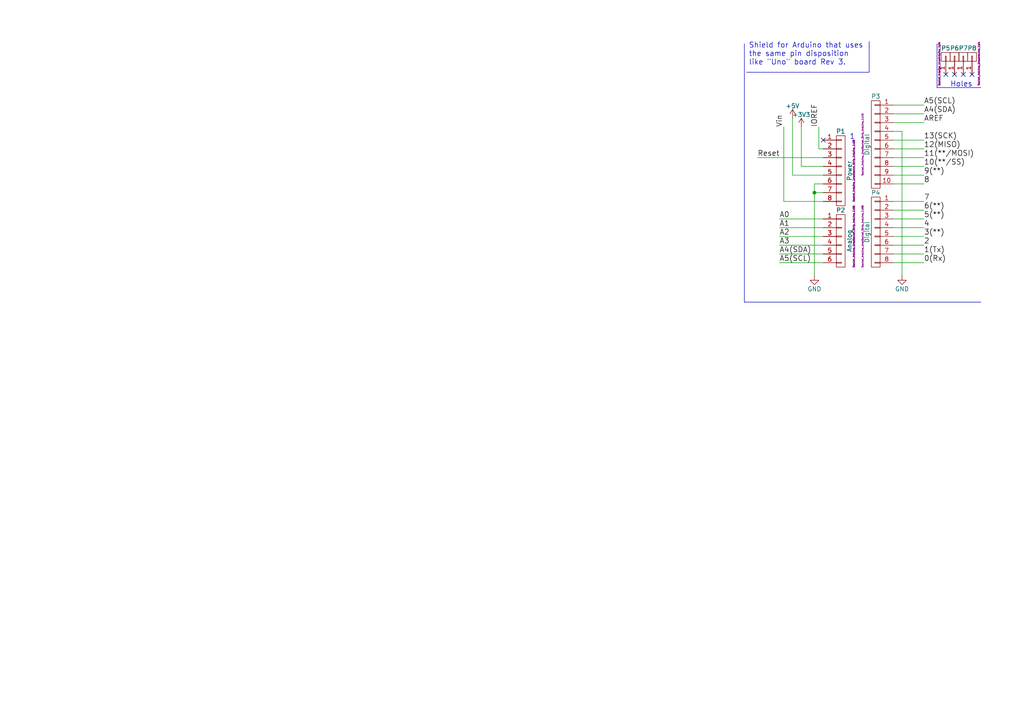
<source format=kicad_sch>
(kicad_sch (version 20230121) (generator eeschema)
  (paper "A4")
  (title_block (date "lun. 30 mars 2015"))
  (lib_symbols
    (symbol "Arduino_As_Uno-rescue:+3.3V" (power) (pin_names (offset 0))
      (property "Value" "+3.3V" (at 0 3.556 0))
      (symbol "+3.3V_0_1"
        (polyline (pts (xy -0.762 1.27) (xy 0 2.54)))
        (polyline (pts (xy 0 0) (xy 0 2.54)))
        (polyline (pts (xy 0 2.54) (xy 0.762 1.27)))
      )
      (symbol "+3.3V_1_1"
        (pin power_in line (at 0 0 90) (length 0) hide (name "+3V3") (number "1"))
      )
    )
    (symbol "Arduino_As_Uno-rescue:+5V" (power) (pin_names (offset 0))
      (property "Value" "+5V" (at 0 3.556 0))
      (symbol "+5V_0_1"
        (polyline (pts (xy -0.762 1.27) (xy 0 2.54)))
        (polyline (pts (xy 0 0) (xy 0 2.54)))
        (polyline (pts (xy 0 2.54) (xy 0.762 1.27)))
      )
      (symbol "+5V_1_1"
        (pin power_in line (at 0 0 90) (length 0) hide (name "+5V") (number "1"))
      )
    )
    (symbol "Arduino_As_Uno-rescue:CONN_01X01" (pin_names (offset 1.016) hide)
      (property "Reference" "P" (at 0 2.54 0))
      (property "Value" "CONN_01X01" (at 2.54 0 90))
      (symbol "CONN_01X01_0_1"
        (rectangle (start -1.27 0.127) (end 0.254 -0.127))
        (rectangle (start -1.27 1.27) (end 1.27 -1.27))
      )
      (symbol "CONN_01X01_1_1"
        (pin passive line (at -5.08 0 0) (length 3.81) (name "P1") (number "1"))
      )
    )
    (symbol "Arduino_As_Uno-rescue:CONN_01X06" (pin_names (offset 1.016) hide)
      (property "Reference" "P" (at 0 8.89 0))
      (property "Value" "CONN_01X06" (at 2.54 0 90))
      (symbol "CONN_01X06_0_1"
        (rectangle (start -1.27 -6.223) (end 0.254 -6.477))
        (rectangle (start -1.27 -3.683) (end 0.254 -3.937))
        (rectangle (start -1.27 -1.143) (end 0.254 -1.397))
        (rectangle (start -1.27 1.397) (end 0.254 1.143))
        (rectangle (start -1.27 3.937) (end 0.254 3.683))
        (rectangle (start -1.27 6.477) (end 0.254 6.223))
        (rectangle (start -1.27 7.62) (end 1.27 -7.62))
      )
      (symbol "CONN_01X06_1_1"
        (pin passive line (at -5.08 6.35 0) (length 3.81) (name "P1") (number "1"))
        (pin passive line (at -5.08 3.81 0) (length 3.81) (name "P2") (number "2"))
        (pin passive line (at -5.08 1.27 0) (length 3.81) (name "P3") (number "3"))
        (pin passive line (at -5.08 -1.27 0) (length 3.81) (name "P4") (number "4"))
        (pin passive line (at -5.08 -3.81 0) (length 3.81) (name "P5") (number "5"))
        (pin passive line (at -5.08 -6.35 0) (length 3.81) (name "P6") (number "6"))
      )
    )
    (symbol "Arduino_As_Uno-rescue:CONN_01X08" (pin_names (offset 1.016) hide)
      (property "Reference" "P" (at 0 11.43 0))
      (property "Value" "CONN_01X08" (at 2.54 0 90))
      (symbol "CONN_01X08_0_1"
        (rectangle (start -1.27 -10.16) (end 1.27 10.16))
        (rectangle (start -1.27 -8.763) (end 0.254 -9.017))
        (rectangle (start -1.27 -6.223) (end 0.254 -6.477))
        (rectangle (start -1.27 -3.683) (end 0.254 -3.937))
        (rectangle (start -1.27 -1.143) (end 0.254 -1.397))
        (rectangle (start -1.27 1.397) (end 0.254 1.143))
        (rectangle (start -1.27 3.937) (end 0.254 3.683))
        (rectangle (start -1.27 6.477) (end 0.254 6.223))
        (rectangle (start -1.27 9.017) (end 0.254 8.763))
      )
      (symbol "CONN_01X08_1_1"
        (pin passive line (at -5.08 8.89 0) (length 3.81) (name "P1") (number "1"))
        (pin passive line (at -5.08 6.35 0) (length 3.81) (name "P2") (number "2"))
        (pin passive line (at -5.08 3.81 0) (length 3.81) (name "P3") (number "3"))
        (pin passive line (at -5.08 1.27 0) (length 3.81) (name "P4") (number "4"))
        (pin passive line (at -5.08 -1.27 0) (length 3.81) (name "P5") (number "5"))
        (pin passive line (at -5.08 -3.81 0) (length 3.81) (name "P6") (number "6"))
        (pin passive line (at -5.08 -6.35 0) (length 3.81) (name "P7") (number "7"))
        (pin passive line (at -5.08 -8.89 0) (length 3.81) (name "P8") (number "8"))
      )
    )
    (symbol "Arduino_As_Uno-rescue:CONN_01X10" (pin_names (offset 1.016) hide)
      (property "Reference" "P" (at 0 13.97 0))
      (property "Value" "CONN_01X10" (at 2.54 0 90))
      (symbol "CONN_01X10_0_1"
        (rectangle (start -1.27 -11.303) (end 0.254 -11.557))
        (rectangle (start -1.27 -8.763) (end 0.254 -9.017))
        (rectangle (start -1.27 -6.223) (end 0.254 -6.477))
        (rectangle (start -1.27 -3.683) (end 0.254 -3.937))
        (rectangle (start -1.27 -1.143) (end 0.254 -1.397))
        (rectangle (start -1.27 1.397) (end 0.254 1.143))
        (rectangle (start -1.27 3.937) (end 0.254 3.683))
        (rectangle (start -1.27 6.477) (end 0.254 6.223))
        (rectangle (start -1.27 9.017) (end 0.254 8.763))
        (rectangle (start -1.27 11.557) (end 0.254 11.303))
        (rectangle (start -1.27 12.7) (end 1.27 -12.7))
      )
      (symbol "CONN_01X10_1_1"
        (pin passive line (at -5.08 11.43 0) (length 3.81) (name "P1") (number "1"))
        (pin passive line (at -5.08 -11.43 0) (length 3.81) (name "P10") (number "10"))
        (pin passive line (at -5.08 8.89 0) (length 3.81) (name "P2") (number "2"))
        (pin passive line (at -5.08 6.35 0) (length 3.81) (name "P3") (number "3"))
        (pin passive line (at -5.08 3.81 0) (length 3.81) (name "P4") (number "4"))
        (pin passive line (at -5.08 1.27 0) (length 3.81) (name "P5") (number "5"))
        (pin passive line (at -5.08 -1.27 0) (length 3.81) (name "P6") (number "6"))
        (pin passive line (at -5.08 -3.81 0) (length 3.81) (name "P7") (number "7"))
        (pin passive line (at -5.08 -6.35 0) (length 3.81) (name "P8") (number "8"))
        (pin passive line (at -5.08 -8.89 0) (length 3.81) (name "P9") (number "9"))
      )
    )
    (symbol "Arduino_As_Uno-rescue:GND" (power) (pin_names (offset 0))
      (property "Value" "GND" (at 0 -3.81 0))
      (symbol "GND_0_1"
        (polyline (pts (xy 0 0) (xy 0 -1.27) (xy 1.27 -1.27) (xy 0 -2.54) (xy -1.27 -1.27) (xy 0 -1.27)))
      )
      (symbol "GND_1_1"
        (pin power_in line (at 0 0 270) (length 0) hide (name "GND") (number "1"))
      )
    )
  )
  (junction (at 236.22 55.88))
  (no_connect (at 274.32 21.59))
  (no_connect (at 279.4 21.59))
  (no_connect (at 276.86 21.59))
  (no_connect (at 281.94 21.59))
  (no_connect (at 238.76 40.64))
  (wire (pts (xy 238.76 63.5) (xy 226.06 63.5)))
  (wire (pts (xy 238.76 68.58) (xy 226.06 68.58)))
  (polyline (pts (xy 215.9 12.7) (xy 215.9 87.63)))
  (wire (pts (xy 232.41 48.26) (xy 232.41 36.83)))
  (wire (pts (xy 238.76 71.12) (xy 226.06 71.12)))
  (wire (pts (xy 259.08 66.04) (xy 267.97 66.04)))
  (wire (pts (xy 238.76 66.04) (xy 226.06 66.04)))
  (wire (pts (xy 259.08 58.42) (xy 267.97 58.42)))
  (wire (pts (xy 237.49 43.18) (xy 238.76 43.18)))
  (wire (pts (xy 259.08 63.5) (xy 267.97 63.5)))
  (wire (pts (xy 259.08 73.66) (xy 267.97 73.66)))
  (wire (pts (xy 236.22 53.34) (xy 236.22 55.88)))
  (wire (pts (xy 238.76 48.26) (xy 232.41 48.26)))
  (wire (pts (xy 259.08 53.34) (xy 267.97 53.34)))
  (wire (pts (xy 259.08 71.12) (xy 267.97 71.12)))
  (wire (pts (xy 261.62 38.1) (xy 261.62 80.01)))
  (wire (pts (xy 238.76 76.2) (xy 226.06 76.2)))
  (wire (pts (xy 259.08 35.56) (xy 267.97 35.56)))
  (wire (pts (xy 238.76 55.88) (xy 236.22 55.88)))
  (wire (pts (xy 259.08 68.58) (xy 267.97 68.58)))
  (polyline (pts (xy 271.78 25.4) (xy 271.78 12.7)))
  (wire (pts (xy 259.08 38.1) (xy 261.62 38.1)))
  (wire (pts (xy 238.76 58.42) (xy 227.33 58.42)))
  (wire (pts (xy 259.08 60.96) (xy 267.97 60.96)))
  (wire (pts (xy 259.08 33.02) (xy 267.97 33.02)))
  (wire (pts (xy 227.33 58.42) (xy 227.33 36.83)))
  (polyline (pts (xy 284.48 25.4) (xy 271.78 25.4)))
  (wire (pts (xy 259.08 48.26) (xy 267.97 48.26)))
  (wire (pts (xy 259.08 30.48) (xy 267.97 30.48)))
  (wire (pts (xy 238.76 73.66) (xy 226.06 73.66)))
  (wire (pts (xy 238.76 45.72) (xy 219.71 45.72)))
  (wire (pts (xy 237.49 36.83) (xy 237.49 43.18)))
  (wire (pts (xy 238.76 53.34) (xy 236.22 53.34)))
  (wire (pts (xy 236.22 55.88) (xy 236.22 80.01)))
  (polyline (pts (xy 215.9 87.63) (xy 284.48 87.63)))
  (wire (pts (xy 229.87 50.8) (xy 229.87 34.29)))
  (wire (pts (xy 259.08 50.8) (xy 267.97 50.8)))
  (wire (pts (xy 259.08 45.72) (xy 267.97 45.72)))
  (polyline (pts (xy 252.095 20.955) (xy 252.095 12.065)))
  (wire (pts (xy 259.08 76.2) (xy 267.97 76.2)))
  (polyline (pts (xy 216.535 20.955) (xy 252.095 20.955)))
  (wire (pts (xy 259.08 43.18) (xy 267.97 43.18)))
  (wire (pts (xy 238.76 50.8) (xy 229.87 50.8)))
  (wire (pts (xy 259.08 40.64) (xy 267.97 40.64)))
  (text "Shield for Arduino that uses\nthe same pin disposition\nlike \"Uno\" board Rev 3." (at 217.17 19.05 0) (effects (font (size 1.524 1.524)) (justify left bottom)))
  (text "Holes" (at 275.59 25.4 0) (effects (font (size 1.524 1.524)) (justify left bottom)))
  (text "1" (at 246.38 40.64 0) (effects (font (size 1.524 1.524)) (justify left bottom)))
  (label "A4(SDA)" (at 226.06 73.66 0) (effects (font (size 1.524 1.524))))
  (label "12(MISO)" (at 267.97 43.18 0) (effects (font (size 1.524 1.524))))
  (label "A5(SCL)" (at 226.06 76.2 0) (effects (font (size 1.524 1.524))))
  (label "1(Tx)" (at 267.97 73.66 0) (effects (font (size 1.524 1.524))))
  (label "11(**/MOSI)" (at 267.97 45.72 0) (effects (font (size 1.524 1.524))))
  (label "A5(SCL)" (at 267.97 30.48 0) (effects (font (size 1.524 1.524))))
  (label "5(**)" (at 267.97 63.5 0) (effects (font (size 1.524 1.524))))
  (label "A1" (at 226.06 66.04 0) (effects (font (size 1.524 1.524))))
  (label "A3" (at 226.06 71.12 0) (effects (font (size 1.524 1.524))))
  (label "13(SCK)" (at 267.97 40.64 0) (effects (font (size 1.524 1.524))))
  (label "7" (at 267.97 58.42 0) (effects (font (size 1.524 1.524))))
  (label "2" (at 267.97 71.12 0) (effects (font (size 1.524 1.524))))
  (label "6(**)" (at 267.97 60.96 0) (effects (font (size 1.524 1.524))))
  (label "0(Rx)" (at 267.97 76.2 0) (effects (font (size 1.524 1.524))))
  (label "Vin" (at 227.33 36.83 90) (effects (font (size 1.524 1.524))))
  (label "IOREF" (at 237.49 36.83 90) (effects (font (size 1.524 1.524))))
  (label "3(**)" (at 267.97 68.58 0) (effects (font (size 1.524 1.524))))
  (label "8" (at 267.97 53.34 0) (effects (font (size 1.524 1.524))))
  (label "4" (at 267.97 66.04 0) (effects (font (size 1.524 1.524))))
  (label "10(**/SS)" (at 267.97 48.26 0) (effects (font (size 1.524 1.524))))
  (label "A2" (at 226.06 68.58 0) (effects (font (size 1.524 1.524))))
  (label "Reset" (at 219.71 45.72 0) (effects (font (size 1.524 1.524))))
  (label "A0" (at 226.06 63.5 0) (effects (font (size 1.524 1.524))))
  (label "AREF" (at 267.97 35.56 0) (effects (font (size 1.524 1.524))))
  (label "9(**)" (at 267.97 50.8 0) (effects (font (size 1.524 1.524))))
  (label "A4(SDA)" (at 267.97 33.02 0) (effects (font (size 1.524 1.524))))
  (symbol (lib_id "Arduino_As_Uno-rescue:CONN_01X08") (at 243.84 49.53 0) (unit 1)
    (property "Reference" "P1" (at 243.84 38.1 0))
    (property "Value" "Power" (at 246.38 49.53 90))
    (property "Footprint" "Socket_Arduino_Uno:Socket_Strip_Arduino_1x08" (at 247.65 49.53 90) (effects (font (size 0.508 0.508))))
  )
  (symbol (lib_id "Arduino_As_Uno-rescue:+3.3V") (at 232.41 36.83 0) (unit 1)
    (property "Reference" "#PWR01" (effects hide))
    (property "Value" "+3.3V" (at 232.41 33.274 0))
  )
  (symbol (lib_id "Arduino_As_Uno-rescue:+5V") (at 229.87 34.29 0) (unit 1)
    (property "Reference" "#PWR02" (effects hide))
    (property "Value" "+5V" (at 229.87 30.734 0))
  )
  (symbol (lib_id "Arduino_As_Uno-rescue:GND") (at 236.22 80.01 0) (unit 1)
    (property "Reference" "#PWR03" (effects hide))
    (property "Value" "GND" (at 236.22 83.82 0))
  )
  (symbol (lib_id "Arduino_As_Uno-rescue:GND") (at 261.62 80.01 0) (unit 1)
    (property "Reference" "#PWR04" (effects hide))
    (property "Value" "GND" (at 261.62 83.82 0))
  )
  (symbol (lib_id "Arduino_As_Uno-rescue:CONN_01X06") (at 243.84 69.85 0) (unit 1)
    (property "Reference" "P2" (at 243.84 60.96 0))
    (property "Value" "Analog" (at 246.38 69.85 90))
    (property "Footprint" "Socket_Arduino_Uno:Socket_Strip_Arduino_1x06" (at 247.65 68.58 90) (effects (font (size 0.508 0.508))))
  )
  (symbol (lib_id "Arduino_As_Uno-rescue:CONN_01X01") (at 274.32 16.51 90) (unit 1)
    (property "Reference" "P5" (at 274.32 13.97 90))
    (property "Value" "CONN_01X01" (effects hide))
    (property "Footprint" "Socket_Arduino_Uno:Arduino_1pin" (at 272.4404 18.5166 0) (effects (font (size 0.508 0.508))))
  )
  (symbol (lib_id "Arduino_As_Uno-rescue:CONN_01X01") (at 276.86 16.51 90) (unit 1)
    (property "Reference" "P6" (at 276.86 13.97 90))
    (property "Value" "CONN_01X01" (effects hide))
    (property "Footprint" "Socket_Arduino_Uno:Arduino_1pin" (effects hide))
  )
  (symbol (lib_id "Arduino_As_Uno-rescue:CONN_01X01") (at 279.4 16.51 90) (unit 1)
    (property "Reference" "P7" (at 279.4 13.97 90))
    (property "Value" "CONN_01X01" (effects hide))
    (property "Footprint" "Socket_Arduino_Uno:Arduino_1pin" (effects hide))
  )
  (symbol (lib_id "Arduino_As_Uno-rescue:CONN_01X01") (at 281.94 16.51 90) (unit 1)
    (property "Reference" "P8" (at 281.94 13.97 90))
    (property "Value" "CONN_01X01" (effects hide))
    (property "Footprint" "Socket_Arduino_Uno:Arduino_1pin" (at 283.9212 18.4404 0) (effects (font (size 0.508 0.508))))
  )
  (symbol (lib_id "Arduino_As_Uno-rescue:CONN_01X08") (at 254 67.31 0) (mirror y) (unit 1)
    (property "Reference" "P4" (at 254 55.88 0))
    (property "Value" "Digital" (at 251.46 67.31 90))
    (property "Footprint" "Socket_Arduino_Uno:Socket_Strip_Arduino_1x08" (at 250.19 68.58 90) (effects (font (size 0.508 0.508))))
  )
  (symbol (lib_id "Arduino_As_Uno-rescue:CONN_01X10") (at 254 41.91 0) (mirror y) (unit 1)
    (property "Reference" "P3" (at 254 27.94 0))
    (property "Value" "Digital" (at 251.46 41.91 90))
    (property "Footprint" "Socket_Arduino_Uno:Socket_Strip_Arduino_1x10" (at 250.19 41.91 90) (effects (font (size 0.508 0.508))))
  )
)
</source>
